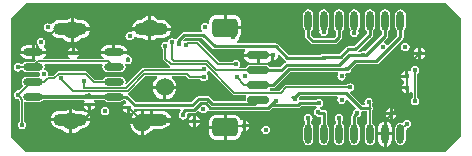
<source format=gbl>
%FSLAX44Y44*%
%MOMM*%
G71*
G01*
G75*
G04 Layer_Physical_Order=4*
G04 Layer_Color=16711680*
%ADD10R,0.4572X0.3048*%
%ADD11R,0.3048X0.4572*%
G04:AMPARAMS|DCode=12|XSize=0.508mm|YSize=0.6096mm|CornerRadius=0.127mm|HoleSize=0mm|Usage=FLASHONLY|Rotation=180.000|XOffset=0mm|YOffset=0mm|HoleType=Round|Shape=RoundedRectangle|*
%AMROUNDEDRECTD12*
21,1,0.5080,0.3556,0,0,180.0*
21,1,0.2540,0.6096,0,0,180.0*
1,1,0.2540,-0.1270,0.1778*
1,1,0.2540,0.1270,0.1778*
1,1,0.2540,0.1270,-0.1778*
1,1,0.2540,-0.1270,-0.1778*
%
%ADD12ROUNDEDRECTD12*%
%ADD13R,1.2192X0.8128*%
%ADD14P,1.7321X8X22.5*%
%ADD15C,1.0000*%
G04:AMPARAMS|DCode=16|XSize=0.508mm|YSize=0.6096mm|CornerRadius=0.127mm|HoleSize=0mm|Usage=FLASHONLY|Rotation=270.000|XOffset=0mm|YOffset=0mm|HoleType=Round|Shape=RoundedRectangle|*
%AMROUNDEDRECTD16*
21,1,0.5080,0.3556,0,0,270.0*
21,1,0.2540,0.6096,0,0,270.0*
1,1,0.2540,-0.1778,-0.1270*
1,1,0.2540,-0.1778,0.1270*
1,1,0.2540,0.1778,0.1270*
1,1,0.2540,0.1778,-0.1270*
%
%ADD16ROUNDEDRECTD16*%
G04:AMPARAMS|DCode=17|XSize=0.7112mm|YSize=1.3208mm|CornerRadius=0.1778mm|HoleSize=0mm|Usage=FLASHONLY|Rotation=0.000|XOffset=0mm|YOffset=0mm|HoleType=Round|Shape=RoundedRectangle|*
%AMROUNDEDRECTD17*
21,1,0.7112,0.9652,0,0,0.0*
21,1,0.3556,1.3208,0,0,0.0*
1,1,0.3556,0.1778,-0.4826*
1,1,0.3556,-0.1778,-0.4826*
1,1,0.3556,-0.1778,0.4826*
1,1,0.3556,0.1778,0.4826*
%
%ADD17ROUNDEDRECTD17*%
%ADD18R,0.4000X0.4000*%
%ADD19R,0.6000X0.5500*%
%ADD20R,0.5000X0.6000*%
%ADD21R,0.6000X0.5000*%
%ADD22R,3.4500X3.4500*%
%ADD23O,0.3000X0.6000*%
%ADD24O,0.6000X0.3000*%
%ADD25R,1.4000X1.2000*%
%ADD26R,0.8500X0.3000*%
%ADD27R,1.3000X2.0000*%
%ADD28R,1.0000X0.6000*%
%ADD29C,0.2540*%
%ADD30C,0.1270*%
%ADD31C,0.3000*%
%ADD32C,1.5240*%
%ADD33C,0.4500*%
%ADD34O,0.6000X1.6500*%
G04:AMPARAMS|DCode=35|XSize=0.7mm|YSize=1.8mm|CornerRadius=0.175mm|HoleSize=0mm|Usage=FLASHONLY|Rotation=270.000|XOffset=0mm|YOffset=0mm|HoleType=Round|Shape=RoundedRectangle|*
%AMROUNDEDRECTD35*
21,1,0.7000,1.4500,0,0,270.0*
21,1,0.3500,1.8000,0,0,270.0*
1,1,0.3500,-0.7250,-0.1750*
1,1,0.3500,-0.7250,0.1750*
1,1,0.3500,0.7250,0.1750*
1,1,0.3500,0.7250,-0.1750*
%
%ADD35ROUNDEDRECTD35*%
G04:AMPARAMS|DCode=36|XSize=1.6mm|YSize=2.2mm|CornerRadius=0.4mm|HoleSize=0mm|Usage=FLASHONLY|Rotation=270.000|XOffset=0mm|YOffset=0mm|HoleType=Round|Shape=RoundedRectangle|*
%AMROUNDEDRECTD36*
21,1,1.6000,1.4000,0,0,270.0*
21,1,0.8000,2.2000,0,0,270.0*
1,1,0.8000,-0.7000,-0.4000*
1,1,0.8000,-0.7000,0.4000*
1,1,0.8000,0.7000,0.4000*
1,1,0.8000,0.7000,-0.4000*
%
%ADD36ROUNDEDRECTD36*%
G04:AMPARAMS|DCode=37|XSize=0.6096mm|YSize=1.7018mm|CornerRadius=0.3048mm|HoleSize=0mm|Usage=FLASHONLY|Rotation=270.000|XOffset=0mm|YOffset=0mm|HoleType=Round|Shape=RoundedRectangle|*
%AMROUNDEDRECTD37*
21,1,0.6096,1.0922,0,0,270.0*
21,1,0.0000,1.7018,0,0,270.0*
1,1,0.6096,-0.5461,0.0000*
1,1,0.6096,-0.5461,0.0000*
1,1,0.6096,0.5461,0.0000*
1,1,0.6096,0.5461,0.0000*
%
%ADD37ROUNDEDRECTD37*%
G04:AMPARAMS|DCode=38|XSize=2.8194mm|YSize=1.016mm|CornerRadius=0.508mm|HoleSize=0mm|Usage=FLASHONLY|Rotation=180.000|XOffset=0mm|YOffset=0mm|HoleType=Round|Shape=RoundedRectangle|*
%AMROUNDEDRECTD38*
21,1,2.8194,0.0000,0,0,180.0*
21,1,1.8034,1.0160,0,0,180.0*
1,1,1.0160,-0.9017,0.0000*
1,1,1.0160,0.9017,0.0000*
1,1,1.0160,0.9017,0.0000*
1,1,1.0160,-0.9017,0.0000*
%
%ADD38ROUNDEDRECTD38*%
G36*
X1029840Y789827D02*
X1042303Y777364D01*
X1042393Y777147D01*
Y676495D01*
X1042303Y676278D01*
X1029840Y663815D01*
X1029623Y663725D01*
X674463D01*
X674246Y663815D01*
X662280Y675780D01*
X662283Y675789D01*
D01*
D01*
D01*
X662283Y675789D01*
X662283Y675789D01*
X662147Y676117D01*
X662147D01*
X662119Y676120D01*
X662091Y676148D01*
X662091Y676148D01*
X662091Y676148D01*
X662091Y676148D01*
X662080Y676173D01*
D01*
D01*
D01*
X662080Y676173D01*
X662024Y676309D01*
X662024D01*
X662024Y676309D01*
X661955Y676474D01*
Y676474D01*
D01*
X661947Y676495D01*
Y777147D01*
X662037Y777364D01*
X674500Y789827D01*
X674717Y789917D01*
X1029623D01*
X1029840Y789827D01*
D02*
G37*
%LPC*%
G36*
X982218Y695198D02*
X978857D01*
X978976Y694599D01*
X980035Y693015D01*
X981619Y691956D01*
X982218Y691837D01*
Y695198D01*
D02*
G37*
G36*
X818134Y694495D02*
Y691134D01*
X821495D01*
X821376Y691733D01*
X820317Y693317D01*
X818733Y694376D01*
X818134Y694495D01*
D02*
G37*
G36*
X710806Y699893D02*
X709818Y699762D01*
X708155Y699074D01*
X703059D01*
X701070Y698812D01*
X699216Y698044D01*
X697624Y696823D01*
X696403Y695231D01*
X695635Y693377D01*
X695540Y692658D01*
X710806D01*
Y699893D01*
D02*
G37*
G36*
X988119Y695198D02*
X984758D01*
Y691837D01*
X985357Y691956D01*
X986941Y693015D01*
X988000Y694599D01*
X988119Y695198D01*
D02*
G37*
G36*
X996696Y691421D02*
X995323Y691148D01*
X994158Y690370D01*
X993380Y689205D01*
X993241Y688505D01*
X993166Y688474D01*
X991500Y688806D01*
X989834Y688474D01*
X988421Y687531D01*
X987478Y686118D01*
X987146Y684452D01*
Y673952D01*
X987478Y672286D01*
X988421Y670873D01*
X989834Y669930D01*
X991500Y669598D01*
X993166Y669930D01*
X994578Y670873D01*
X995522Y672286D01*
X995854Y673952D01*
Y680008D01*
X996696Y684243D01*
X998069Y684516D01*
X999234Y685294D01*
X1000012Y686459D01*
X1000285Y687832D01*
X1000012Y689205D01*
X999234Y690370D01*
X998069Y691148D01*
X996696Y691421D01*
D02*
G37*
G36*
X860298Y690939D02*
Y687578D01*
X863659D01*
X863540Y688177D01*
X862481Y689761D01*
X860897Y690820D01*
X860298Y690939D01*
D02*
G37*
G36*
X815594Y694495D02*
X814995Y694376D01*
X813411Y693317D01*
X812352Y691733D01*
X812233Y691134D01*
X815594D01*
Y694495D01*
D02*
G37*
G36*
X771652Y690118D02*
X762875D01*
X762841Y689864D01*
X771652D01*
Y690118D01*
D02*
G37*
G36*
X760142Y700198D02*
X756781D01*
X756900Y699599D01*
X757959Y698015D01*
X759543Y696956D01*
X760142Y696837D01*
Y700198D01*
D02*
G37*
G36*
X741374Y702221D02*
X740001Y701948D01*
X738836Y701170D01*
X738058Y700005D01*
X737785Y698632D01*
X738058Y697259D01*
X738836Y696094D01*
X740001Y695316D01*
X741374Y695043D01*
X742747Y695316D01*
X743912Y696094D01*
X744690Y697259D01*
X744963Y698632D01*
X744690Y700005D01*
X743912Y701170D01*
X742747Y701948D01*
X741374Y702221D01*
D02*
G37*
G36*
X984758Y701099D02*
Y697738D01*
X988119D01*
X988000Y698337D01*
X986941Y699921D01*
X985357Y700980D01*
X984758Y701099D01*
D02*
G37*
G36*
X982218D02*
X981619Y700980D01*
X980035Y699921D01*
X978976Y698337D01*
X978857Y697738D01*
X982218D01*
Y701099D01*
D02*
G37*
G36*
X771652Y699074D02*
X771385D01*
X769396Y698812D01*
X767542Y698044D01*
X765950Y696823D01*
X764729Y695231D01*
X764167Y693874D01*
X764047Y693718D01*
X763608Y692658D01*
X771652D01*
Y699074D01*
D02*
G37*
G36*
X713740Y699945D02*
Y692658D01*
X728612D01*
X728517Y693377D01*
X727749Y695231D01*
X726528Y696823D01*
X724936Y698044D01*
X723082Y698812D01*
X721093Y699074D01*
X716785D01*
X715122Y699762D01*
X713740Y699945D01*
D02*
G37*
G36*
X789419Y699074D02*
X781672D01*
Y692658D01*
X796938D01*
X796843Y693377D01*
X796075Y695231D01*
X794854Y696823D01*
X793262Y698044D01*
X791408Y698812D01*
X789419Y699074D01*
D02*
G37*
G36*
X779132D02*
X774192D01*
Y692658D01*
X779132D01*
Y699074D01*
D02*
G37*
G36*
X841756Y695294D02*
X836026D01*
X834319Y695070D01*
X832728Y694411D01*
X831362Y693362D01*
X830313Y691996D01*
X829654Y690405D01*
X829430Y688698D01*
Y685968D01*
X841756D01*
Y695294D01*
D02*
G37*
G36*
X771652Y687324D02*
X762841D01*
X763024Y685942D01*
X764047Y683470D01*
X765676Y681348D01*
X767798Y679719D01*
X770270Y678696D01*
X771652Y678513D01*
Y687324D01*
D02*
G37*
G36*
X841756Y683428D02*
X829430D01*
Y680698D01*
X829654Y678991D01*
X830313Y677400D01*
X831362Y676034D01*
X832728Y674985D01*
X834319Y674326D01*
X836026Y674102D01*
X841756D01*
Y683428D01*
D02*
G37*
G36*
X877316Y686341D02*
X875943Y686068D01*
X874778Y685290D01*
X874000Y684125D01*
X873727Y682752D01*
X874000Y681379D01*
X874778Y680214D01*
X875943Y679436D01*
X877316Y679163D01*
X878689Y679436D01*
X879854Y680214D01*
X880632Y681379D01*
X880905Y682752D01*
X880632Y684125D01*
X879854Y685290D01*
X878689Y686068D01*
X877316Y686341D01*
D02*
G37*
G36*
X796938Y690118D02*
X774192D01*
Y688594D01*
Y678513D01*
X775574Y678696D01*
X778046Y679719D01*
X780168Y681348D01*
X781797Y683470D01*
X781893Y683702D01*
X789419D01*
X791408Y683964D01*
X793262Y684732D01*
X794854Y685953D01*
X796075Y687545D01*
X796843Y689399D01*
X796938Y690118D01*
D02*
G37*
G36*
X984148Y677932D02*
X979770D01*
Y668556D01*
X980662Y668733D01*
X982494Y669958D01*
X983719Y671790D01*
X984148Y673952D01*
Y677932D01*
D02*
G37*
G36*
X977230D02*
X972851D01*
Y673952D01*
X973281Y671790D01*
X974506Y669958D01*
X976338Y668733D01*
X977230Y668556D01*
Y677932D01*
D02*
G37*
G36*
X939662Y696131D02*
X938289Y695858D01*
X937124Y695080D01*
X936346Y693915D01*
X936073Y692542D01*
X936346Y691169D01*
X937072Y690082D01*
Y687965D01*
X936422Y687531D01*
X935478Y686118D01*
X935146Y684452D01*
Y673952D01*
X935478Y672286D01*
X936422Y670873D01*
X937834Y669930D01*
X939500Y669598D01*
X941166Y669930D01*
X942579Y670873D01*
X943522Y672286D01*
X943854Y673952D01*
Y684452D01*
X943522Y686118D01*
X942579Y687531D01*
X942252Y687749D01*
Y690082D01*
X942978Y691169D01*
X943251Y692542D01*
X942978Y693915D01*
X942200Y695080D01*
X941035Y695858D01*
X939662Y696131D01*
D02*
G37*
G36*
X913500D02*
X912127Y695858D01*
X910962Y695080D01*
X910184Y693915D01*
X909911Y692542D01*
X910184Y691169D01*
X910910Y690082D01*
Y687857D01*
X910422Y687531D01*
X909478Y686118D01*
X909146Y684452D01*
Y673952D01*
X909478Y672286D01*
X910422Y670873D01*
X911834Y669930D01*
X913500Y669598D01*
X915166Y669930D01*
X916579Y670873D01*
X917522Y672286D01*
X917854Y673952D01*
Y684452D01*
X917522Y686118D01*
X916579Y687531D01*
X916090Y687857D01*
Y690082D01*
X916816Y691169D01*
X917089Y692542D01*
X916816Y693915D01*
X916038Y695080D01*
X914873Y695858D01*
X913500Y696131D01*
D02*
G37*
G36*
X863659Y685038D02*
X860298D01*
Y681677D01*
X860897Y681796D01*
X862481Y682855D01*
X863540Y684439D01*
X863659Y685038D01*
D02*
G37*
G36*
X850026Y695294D02*
X844296D01*
Y684698D01*
Y674102D01*
X850026D01*
X851733Y674326D01*
X853324Y674985D01*
X854690Y676034D01*
X855739Y677400D01*
X856398Y678991D01*
X856622Y680698D01*
Y680902D01*
X857604Y681707D01*
X857758Y681677D01*
Y686308D01*
Y690939D01*
X857159Y690820D01*
D01*
Y690820D01*
X857159D01*
Y690820D01*
Y690820D01*
X856066Y691206D01*
X855739Y691996D01*
X854690Y693362D01*
X853324Y694411D01*
X851733Y695070D01*
X850026Y695294D01*
D02*
G37*
G36*
X821495Y688594D02*
X818134D01*
Y685233D01*
X818733Y685352D01*
X820317Y686411D01*
X821376Y687995D01*
X821495Y688594D01*
D02*
G37*
G36*
X815594D02*
X812233D01*
X812352Y687995D01*
X813411Y686411D01*
X814995Y685352D01*
X815594Y685233D01*
Y688594D01*
D02*
G37*
G36*
X728612Y690118D02*
X713740D01*
Y689864D01*
Y679783D01*
X715122Y679966D01*
X717594Y680989D01*
X719716Y682618D01*
X720548Y683702D01*
X721093D01*
X723082Y683964D01*
X724936Y684732D01*
X726528Y685953D01*
X727749Y687545D01*
X728517Y689399D01*
X728612Y690118D01*
D02*
G37*
G36*
X711200D02*
X695540D01*
X695635Y689399D01*
X696403Y687545D01*
X697624Y685953D01*
X699216Y684732D01*
X701070Y683964D01*
X703059Y683702D01*
X704392D01*
X705224Y682618D01*
X707346Y680989D01*
X709818Y679966D01*
X711200Y679783D01*
Y689864D01*
Y690118D01*
D02*
G37*
G36*
X979770Y689848D02*
Y680472D01*
X984148D01*
Y684452D01*
X983719Y686614D01*
X982494Y688446D01*
X980662Y689671D01*
X979770Y689848D01*
D02*
G37*
G36*
X977230D02*
X976338Y689671D01*
X974506Y688446D01*
X973281Y686614D01*
X972851Y684452D01*
Y680472D01*
X977230D01*
Y689848D01*
D02*
G37*
G36*
X991500Y784806D02*
X989834Y784474D01*
X988421Y783531D01*
X987478Y782118D01*
X987146Y780452D01*
Y769952D01*
X987478Y768286D01*
X988421Y766873D01*
X988910Y766547D01*
Y762195D01*
X980848Y754133D01*
X979692Y754483D01*
X978914Y755648D01*
X977749Y756426D01*
X977399Y757582D01*
X980331Y760515D01*
X980893Y761355D01*
X981090Y762346D01*
Y766547D01*
X981579Y766873D01*
X982522Y768286D01*
X982854Y769952D01*
Y780452D01*
X982522Y782118D01*
X981579Y783531D01*
X980166Y784474D01*
X978500Y784806D01*
X976834Y784474D01*
X975422Y783531D01*
X974478Y782118D01*
X974146Y780452D01*
Y769952D01*
X974478Y768286D01*
X975422Y766873D01*
X975910Y766547D01*
Y763419D01*
X961680Y749189D01*
X961493Y749314D01*
X960120Y749587D01*
X958747Y749314D01*
X957660Y748588D01*
X956094D01*
X955608Y749761D01*
X967331Y761485D01*
X967893Y762325D01*
X968090Y763316D01*
X968090Y763316D01*
X968090Y763316D01*
Y763316D01*
Y766547D01*
X968578Y766873D01*
X969522Y768286D01*
X969854Y769952D01*
Y780452D01*
X969522Y782118D01*
X968578Y783531D01*
X967166Y784474D01*
X965500Y784806D01*
X963834Y784474D01*
X962421Y783531D01*
X961478Y782118D01*
X961146Y780452D01*
Y769952D01*
X961478Y768286D01*
X962421Y766873D01*
X962910Y766547D01*
Y764389D01*
X951935Y753414D01*
X947112D01*
X946121Y753217D01*
X945281Y752655D01*
X939943Y747318D01*
X926084D01*
X925093Y747121D01*
X924253Y746559D01*
X924081Y746302D01*
X896677D01*
X887783Y755195D01*
X886943Y755757D01*
X885952Y755954D01*
X853165D01*
X852796Y757169D01*
X853337Y757531D01*
X854396Y759115D01*
X854676Y760523D01*
X854690Y760534D01*
X855739Y761900D01*
X856398Y763491D01*
X856622Y765198D01*
Y767928D01*
X843026D01*
Y769198D01*
X841756D01*
Y779794D01*
X836026D01*
X834319Y779570D01*
X832728Y778911D01*
X831362Y777862D01*
X830313Y776496D01*
X829654Y774905D01*
X829430Y773198D01*
Y773084D01*
X828309Y772485D01*
X827635Y772936D01*
X826262Y773209D01*
X824889Y772936D01*
X823724Y772158D01*
X822946Y770993D01*
X822673Y769620D01*
X822946Y768247D01*
X823724Y767082D01*
X823735Y767075D01*
X823366Y765860D01*
X807974D01*
X806983Y765663D01*
X806143Y765101D01*
X801027Y759985D01*
X800610Y759361D01*
X800536Y759250D01*
X799441Y759982D01*
X798068Y760255D01*
X796695Y759982D01*
X795530Y759204D01*
X794752Y758039D01*
X794724Y757898D01*
X793668Y757193D01*
X792520Y757421D01*
X791147Y757148D01*
X789982Y756370D01*
X789204Y755205D01*
X788931Y753832D01*
X789204Y752459D01*
X789982Y751294D01*
X790578Y750896D01*
Y742910D01*
X790578Y742910D01*
X790578D01*
X790725Y742167D01*
X791147Y741537D01*
X795842Y736842D01*
X796419Y736456D01*
X796050Y735240D01*
X774446D01*
X773703Y735092D01*
X773073Y734671D01*
X759562Y721161D01*
X758442Y721759D01*
X758766Y723388D01*
X758430Y725073D01*
X757476Y726501D01*
X756048Y727456D01*
X754363Y727791D01*
X743441D01*
X741756Y727456D01*
X740328Y726501D01*
X739546Y725330D01*
X732582D01*
X726198Y731714D01*
X725568Y732135D01*
X724825Y732283D01*
X702113D01*
X701370Y732135D01*
X700740Y731714D01*
X697407Y728382D01*
X693929D01*
X693124Y729364D01*
X693199Y729742D01*
X692926Y731115D01*
X692148Y732280D01*
X690983Y733058D01*
X690641Y733126D01*
X690087Y734268D01*
X690105Y734303D01*
X690105Y734303D01*
X690105Y734303D01*
X690440Y735988D01*
X690105Y737673D01*
X690665Y738722D01*
X738813D01*
X739374Y737673D01*
X739038Y735988D01*
X739374Y734303D01*
X740328Y732875D01*
X741756Y731921D01*
X743441Y731585D01*
X754363D01*
X756048Y731921D01*
X757476Y732875D01*
X758430Y734303D01*
X758766Y735988D01*
X758430Y737673D01*
X758044Y738251D01*
X758942Y739149D01*
X759357Y738872D01*
X760730Y738599D01*
X762103Y738872D01*
X763268Y739650D01*
X764046Y740815D01*
X764319Y742188D01*
X764046Y743561D01*
X763268Y744726D01*
X762103Y745504D01*
X760730Y745777D01*
X760604Y745752D01*
X759706Y746650D01*
X759808Y747164D01*
X737996D01*
X738177Y746254D01*
X739412Y744405D01*
X740286Y743822D01*
X739917Y742606D01*
X717954D01*
X717586Y743822D01*
X717955Y744069D01*
X719014Y745653D01*
X719133Y746252D01*
X709871D01*
X709990Y745653D01*
X711049Y744069D01*
X711418Y743822D01*
X711050Y742606D01*
X689561D01*
X689192Y743822D01*
X690066Y744405D01*
X691301Y746254D01*
X691482Y747164D01*
X681846D01*
Y742737D01*
X682450D01*
X682936Y741563D01*
X681764Y740391D01*
X675115D01*
X673430Y740055D01*
X672002Y739101D01*
X671334Y738101D01*
X670064Y738101D01*
X670050Y738122D01*
X668885Y738900D01*
X667512Y739173D01*
X666139Y738900D01*
X664974Y738122D01*
X664196Y736957D01*
X663923Y735584D01*
X664196Y734211D01*
X664974Y733046D01*
X666139Y732268D01*
X667512Y731995D01*
X668885Y732268D01*
X670050Y733046D01*
X670334Y733471D01*
X671604Y733471D01*
X672002Y732875D01*
X673430Y731921D01*
X675115Y731585D01*
X685387D01*
X686192Y730604D01*
X686021Y729742D01*
X686214Y728772D01*
X685408Y727791D01*
X675115D01*
X673430Y727456D01*
X672002Y726501D01*
X671048Y725073D01*
X670712Y723388D01*
X671048Y721703D01*
X672002Y720275D01*
X672076Y719527D01*
X668468Y715919D01*
X667766Y716059D01*
X666393Y715786D01*
X665228Y715008D01*
X664450Y713843D01*
X664177Y712470D01*
X664450Y711097D01*
X665228Y709932D01*
X666393Y709154D01*
X667766Y708881D01*
X667766Y708881D01*
X667766Y708881D01*
X668220Y708836D01*
X668220D01*
X668220Y708836D01*
X668367Y708093D01*
X668789Y707463D01*
X669126Y707126D01*
Y690006D01*
X668530Y689608D01*
X667752Y688443D01*
X667479Y687070D01*
X667752Y685697D01*
X668530Y684532D01*
X669695Y683754D01*
X671068Y683481D01*
X672441Y683754D01*
X673606Y684532D01*
X674384Y685697D01*
X674657Y687070D01*
X674384Y688443D01*
X673606Y689608D01*
X673010Y690006D01*
Y705903D01*
X673992Y706709D01*
X675115Y706485D01*
X686037D01*
X687722Y706821D01*
X689150Y707775D01*
X689343Y708064D01*
X723512D01*
X724111Y706944D01*
X723452Y705957D01*
X723333Y705358D01*
X732595D01*
X732476Y705957D01*
X731817Y706944D01*
X732415Y708064D01*
X740135D01*
X740328Y707775D01*
X741756Y706821D01*
X743441Y706485D01*
X754363D01*
X756048Y706821D01*
X757476Y707775D01*
X758150Y707841D01*
X759116Y706876D01*
X758992Y705612D01*
X757959Y704921D01*
X756900Y703337D01*
X756781Y702738D01*
X761412D01*
Y701468D01*
X762682D01*
Y696837D01*
X763281Y696956D01*
X764865Y698015D01*
X765924Y699599D01*
X766157Y700770D01*
X766328Y700736D01*
X805085D01*
X805684Y699616D01*
X805127Y698783D01*
X804930Y697792D01*
Y697458D01*
X804204Y696371D01*
X803931Y694998D01*
X804204Y693625D01*
X804982Y692460D01*
X806147Y691682D01*
X807520Y691409D01*
X808893Y691682D01*
X810058Y692460D01*
X810836Y693625D01*
X811109Y694998D01*
X810921Y695945D01*
X811726Y696926D01*
X816948D01*
X817939Y697123D01*
X818779Y697685D01*
X819992Y698898D01*
X821256Y698773D01*
X821946Y697740D01*
X823111Y696962D01*
X824484Y696689D01*
X825857Y696962D01*
X827022Y697740D01*
X827708Y698768D01*
X828954Y699016D01*
X829505Y698647D01*
X830496Y698450D01*
X878935D01*
X879926Y698647D01*
X880766Y699209D01*
X880766Y699209D01*
X880766Y699209D01*
X881884Y700327D01*
X881884Y700327D01*
X881884Y700327D01*
X882548Y700990D01*
X905002D01*
X905993Y701187D01*
X906833Y701749D01*
X906833Y701749D01*
X906833Y701749D01*
X907853Y702768D01*
X920068D01*
X921091Y702085D01*
X920844Y700839D01*
X920647Y700800D01*
X919482Y700022D01*
X918704Y698857D01*
X918431Y697484D01*
X918704Y696111D01*
X919482Y694946D01*
X920647Y694168D01*
X922020Y693895D01*
X922928Y694076D01*
X923910Y693270D01*
Y687857D01*
X923421Y687531D01*
X922478Y686118D01*
X922146Y684452D01*
Y673952D01*
X922478Y672286D01*
X923421Y670873D01*
X924834Y669930D01*
X926500Y669598D01*
X928166Y669930D01*
X929578Y670873D01*
X930522Y672286D01*
X930854Y673952D01*
Y684452D01*
X930522Y686118D01*
X929578Y687531D01*
X929090Y687857D01*
Y697322D01*
X928893Y698313D01*
X928331Y699153D01*
X927491Y699715D01*
X926500Y699912D01*
X924631D01*
X924558Y700022D01*
X923457Y700758D01*
X923705Y702003D01*
X923901Y702042D01*
X925066Y702820D01*
X925844Y703985D01*
X926117Y705358D01*
X925844Y706731D01*
X925066Y707896D01*
X923901Y708674D01*
X922528Y708947D01*
X921155Y708674D01*
X920068Y707948D01*
X906780D01*
X906413Y707875D01*
X905515Y708773D01*
X905543Y708914D01*
X905302Y710124D01*
X906329Y711150D01*
X938001D01*
X938599Y710030D01*
X938262Y709525D01*
X937989Y708152D01*
X938262Y706779D01*
X939040Y705614D01*
X940205Y704836D01*
X941578Y704563D01*
X942951Y704836D01*
X944116Y705614D01*
X944894Y706779D01*
X945167Y708152D01*
X945124Y708369D01*
X946244Y708968D01*
X953929Y701283D01*
X953560Y700067D01*
X953413Y700038D01*
X952248Y699260D01*
X951470Y698095D01*
X951215Y696814D01*
X950669Y696267D01*
X950107Y695427D01*
X949910Y694436D01*
Y687857D01*
X949421Y687531D01*
X948478Y686118D01*
X948146Y684452D01*
Y673952D01*
X948478Y672286D01*
X949421Y670873D01*
X950834Y669930D01*
X952500Y669598D01*
X954166Y669930D01*
X955579Y670873D01*
X956522Y672286D01*
X956854Y673952D01*
Y684452D01*
X956522Y686118D01*
X955579Y687531D01*
X955090Y687857D01*
Y693194D01*
X956159Y693406D01*
X957324Y694184D01*
X958102Y695349D01*
X958375Y696722D01*
X958226Y697468D01*
X959032Y698450D01*
X963558D01*
Y688290D01*
X962421Y687531D01*
X961478Y686118D01*
X961146Y684452D01*
Y673952D01*
X961478Y672286D01*
X962421Y670873D01*
X963834Y669930D01*
X965500Y669598D01*
X967166Y669930D01*
X968578Y670873D01*
X969522Y672286D01*
X969854Y673952D01*
Y684452D01*
X969522Y686118D01*
X968578Y687531D01*
X967442Y688290D01*
Y699375D01*
X967893Y700049D01*
X968090Y701040D01*
X967893Y702031D01*
X967442Y702705D01*
Y704280D01*
X967754Y704747D01*
X968027Y706120D01*
X967754Y707493D01*
X966976Y708658D01*
X965811Y709436D01*
X964438Y709709D01*
X963065Y709436D01*
X961900Y708658D01*
X961122Y707493D01*
X960849Y706120D01*
X961122Y704747D01*
X960525Y703630D01*
X958907D01*
X948742Y713795D01*
X949110Y715010D01*
X950317Y715250D01*
X951482Y716028D01*
X952260Y717193D01*
X952533Y718566D01*
X952260Y719939D01*
X951482Y721104D01*
X950317Y721882D01*
X948944Y722155D01*
X947571Y721882D01*
X946406Y721104D01*
X946008Y720508D01*
X894588D01*
X893845Y720360D01*
X893215Y719939D01*
X889280Y716005D01*
X881289D01*
X880747Y717019D01*
X881400Y718108D01*
X883512D01*
X884503Y718305D01*
X885343Y718867D01*
X897947Y731470D01*
X938340D01*
X938939Y730350D01*
X938262Y729337D01*
X937989Y727964D01*
X938262Y726591D01*
X939040Y725426D01*
X940205Y724648D01*
X941578Y724375D01*
X942951Y724648D01*
X944116Y725426D01*
X944894Y726591D01*
X945167Y727964D01*
X944894Y729337D01*
X944750Y729553D01*
X945455Y730609D01*
X946150Y730471D01*
X947523Y730744D01*
X948688Y731522D01*
X949466Y732687D01*
X949721Y733968D01*
X953827Y738074D01*
X971042D01*
X972033Y738271D01*
X972873Y738833D01*
X972873Y738833D01*
X972873Y738833D01*
X993331Y759291D01*
X993893Y760131D01*
X994090Y761122D01*
X994090Y761122D01*
X994090Y761122D01*
Y761122D01*
Y766547D01*
X994578Y766873D01*
X995522Y768286D01*
X995854Y769952D01*
Y780452D01*
X995522Y782118D01*
X994578Y783531D01*
X993166Y784474D01*
X991500Y784806D01*
D02*
G37*
G36*
X754363Y754131D02*
X750172D01*
Y749704D01*
X759808D01*
X759627Y750614D01*
X758392Y752463D01*
X756543Y753698D01*
X754363Y754131D01*
D02*
G37*
G36*
X796938Y766722D02*
X780542D01*
Y758777D01*
X781924Y758960D01*
X784396Y759983D01*
X784817Y760306D01*
X789419D01*
X791408Y760568D01*
X793262Y761336D01*
X794854Y762557D01*
X796075Y764149D01*
X796843Y766003D01*
X796938Y766722D01*
D02*
G37*
G36*
X728612D02*
X715010D01*
Y757000D01*
X716392Y757181D01*
X718864Y758205D01*
X720986Y759834D01*
X721377Y760344D01*
X723082Y760568D01*
X724936Y761336D01*
X726528Y762557D01*
X727749Y764149D01*
X728517Y766003D01*
X728612Y766722D01*
D02*
G37*
G36*
X679306Y754131D02*
X675115D01*
X672935Y753698D01*
X671086Y752463D01*
X669851Y750614D01*
X669670Y749704D01*
X679306D01*
Y754131D01*
D02*
G37*
G36*
X995680Y756381D02*
X994307Y756108D01*
X993142Y755330D01*
X992364Y754165D01*
X992091Y752792D01*
X992364Y751419D01*
X993142Y750254D01*
X994307Y749476D01*
X995680Y749203D01*
X997053Y749476D01*
X998218Y750254D01*
X998996Y751419D01*
X999269Y752792D01*
X998996Y754165D01*
X998218Y755330D01*
X997053Y756108D01*
X995680Y756381D01*
D02*
G37*
G36*
X747632Y754131D02*
X743441D01*
X741261Y753698D01*
X739412Y752463D01*
X738177Y750614D01*
X737996Y749704D01*
X747632D01*
Y754131D01*
D02*
G37*
G36*
X686866Y760459D02*
X685493Y760186D01*
X684328Y759408D01*
X683550Y758243D01*
X683277Y756870D01*
X683550Y755497D01*
X683714Y755251D01*
X683115Y754131D01*
X681846D01*
Y749704D01*
X691482D01*
X691301Y750614D01*
X690066Y752463D01*
X689286Y752984D01*
X689286Y754254D01*
X689404Y754332D01*
X690182Y755497D01*
X690455Y756870D01*
X690182Y758243D01*
X689404Y759408D01*
X688239Y760186D01*
X686866Y760459D01*
D02*
G37*
G36*
X939500Y784806D02*
X937834Y784474D01*
X936422Y783531D01*
X935478Y782118D01*
X935146Y780452D01*
Y769952D01*
X935478Y768286D01*
X936422Y766873D01*
X936910Y766547D01*
Y762265D01*
X934917Y760272D01*
X918521D01*
X916090Y762703D01*
Y766547D01*
X916579Y766873D01*
X917522Y768286D01*
X917854Y769952D01*
Y780452D01*
X917522Y782118D01*
X916579Y783531D01*
X915166Y784474D01*
X913500Y784806D01*
X911834Y784474D01*
X910422Y783531D01*
X909478Y782118D01*
X909146Y780452D01*
Y769952D01*
X909478Y768286D01*
X910422Y766873D01*
X910910Y766547D01*
Y761630D01*
X910910Y761630D01*
X910910D01*
X911107Y760639D01*
X911669Y759799D01*
X915617Y755851D01*
X916457Y755289D01*
X917448Y755092D01*
X935990D01*
X936981Y755289D01*
X937821Y755851D01*
X937821Y755851D01*
X937821Y755851D01*
X941331Y759361D01*
X941893Y760201D01*
X942090Y761192D01*
X942090Y761192D01*
X942090Y761192D01*
Y761192D01*
Y766547D01*
X942579Y766873D01*
X943522Y768286D01*
X943854Y769952D01*
Y780452D01*
X943522Y782118D01*
X942579Y783531D01*
X941166Y784474D01*
X939500Y784806D01*
D02*
G37*
G36*
X780542Y778939D02*
Y769262D01*
X796938D01*
X796843Y769981D01*
X796075Y771835D01*
X794854Y773427D01*
X793262Y774648D01*
X791408Y775416D01*
X789419Y775678D01*
X786845D01*
X786518Y776104D01*
X784396Y777733D01*
X781924Y778756D01*
X780542Y778939D01*
D02*
G37*
G36*
X778002D02*
X776620Y778756D01*
X774148Y777733D01*
X772026Y776104D01*
X771699Y775678D01*
X771385D01*
X769396Y775416D01*
X767542Y774648D01*
X765950Y773427D01*
X764729Y771835D01*
X763961Y769981D01*
X763866Y769262D01*
X778002D01*
Y778939D01*
D02*
G37*
G36*
X712470Y777160D02*
X711088Y776979D01*
X708616Y775955D01*
X708255Y775678D01*
X703059D01*
X701070Y775416D01*
X699216Y774648D01*
X697624Y773427D01*
X697514Y773283D01*
X695450Y771904D01*
X694285Y772682D01*
X692912Y772955D01*
X691539Y772682D01*
X690374Y771904D01*
X689596Y770739D01*
X689323Y769366D01*
X689596Y767993D01*
X690374Y766828D01*
X691539Y766050D01*
X692912Y765777D01*
X694285Y766050D01*
X694495Y766190D01*
X695710Y765822D01*
X696403Y764149D01*
X697624Y762557D01*
X699216Y761336D01*
X701070Y760568D01*
X703059Y760306D01*
X706131D01*
X706494Y759834D01*
X708616Y758205D01*
X711088Y757181D01*
X712470Y757000D01*
Y766722D01*
X712076D01*
Y769262D01*
X712470D01*
Y777160D01*
D02*
G37*
G36*
X850026Y779794D02*
X844296D01*
Y770468D01*
X856622D01*
Y773198D01*
X856398Y774905D01*
X855739Y776496D01*
X854690Y777862D01*
X853324Y778911D01*
X851733Y779570D01*
X850026Y779794D01*
D02*
G37*
G36*
X926500Y784806D02*
X924834Y784474D01*
X923421Y783531D01*
X922478Y782118D01*
X922146Y780452D01*
Y769952D01*
X922478Y768286D01*
X923177Y767239D01*
X922911Y765902D01*
X923184Y764529D01*
X923962Y763364D01*
X925127Y762586D01*
X926500Y762313D01*
X927873Y762586D01*
X929038Y763364D01*
X929816Y764529D01*
X930089Y765902D01*
X929823Y767239D01*
X930522Y768286D01*
X930854Y769952D01*
Y780452D01*
X930522Y782118D01*
X929578Y783531D01*
X928166Y784474D01*
X926500Y784806D01*
D02*
G37*
G36*
X952500D02*
X950834Y784474D01*
X949421Y783531D01*
X948478Y782118D01*
X948146Y780452D01*
Y769952D01*
X948478Y768286D01*
X949421Y766873D01*
X949466Y766844D01*
X949184Y766421D01*
X948911Y765048D01*
X949184Y763675D01*
X949962Y762510D01*
X951127Y761732D01*
X952500Y761459D01*
X953873Y761732D01*
X955038Y762510D01*
X955816Y763675D01*
X956089Y765048D01*
X955816Y766421D01*
X955534Y766844D01*
X955579Y766873D01*
X956522Y768286D01*
X956854Y769952D01*
Y780452D01*
X956522Y782118D01*
X955579Y783531D01*
X954166Y784474D01*
X952500Y784806D01*
D02*
G37*
G36*
X715010Y777160D02*
Y769262D01*
X728612D01*
X728517Y769981D01*
X727749Y771835D01*
X726528Y773427D01*
X724936Y774648D01*
X723082Y775416D01*
X721093Y775678D01*
X719225D01*
X718864Y775955D01*
X716392Y776979D01*
X715010Y777160D01*
D02*
G37*
G36*
X778002Y766722D02*
X763866D01*
X763921Y766310D01*
X763301Y765729D01*
X762732Y765494D01*
X762254Y765589D01*
X760881Y765316D01*
X759716Y764538D01*
X758938Y763373D01*
X758665Y762000D01*
X758938Y760627D01*
X759716Y759462D01*
X760881Y758684D01*
X762254Y758411D01*
X763627Y758684D01*
X764792Y759462D01*
X765570Y760627D01*
X765719Y761376D01*
X766907Y761823D01*
X767542Y761336D01*
X769396Y760568D01*
X771385Y760306D01*
X773727D01*
X774148Y759983D01*
X776620Y758960D01*
X778002Y758777D01*
Y766722D01*
D02*
G37*
G36*
X732595Y702818D02*
X729234D01*
Y699457D01*
X729833Y699576D01*
X731417Y700635D01*
X732476Y702219D01*
X732595Y702818D01*
D02*
G37*
G36*
X726694D02*
X723333D01*
X723452Y702219D01*
X724511Y700635D01*
X726095Y699576D01*
X726694Y699457D01*
Y702818D01*
D02*
G37*
G36*
X679306Y747164D02*
X669670D01*
X669851Y746254D01*
X671086Y744405D01*
X672935Y743170D01*
X675115Y742737D01*
X679306D01*
Y747164D01*
D02*
G37*
G36*
X995934Y717042D02*
X992573D01*
X992692Y716443D01*
X993751Y714859D01*
X995335Y713800D01*
X995934Y713681D01*
Y717042D01*
D02*
G37*
G36*
X995426Y732849D02*
X994827Y732730D01*
X993243Y731671D01*
X992184Y730087D01*
X992065Y729488D01*
X995426D01*
Y732849D01*
D02*
G37*
G36*
X1003808Y736633D02*
X1002435Y736360D01*
X1001270Y735582D01*
X1000492Y734417D01*
X1000219Y733044D01*
X1000221Y733035D01*
X999165Y732329D01*
X998565Y732730D01*
X997966Y732849D01*
Y728218D01*
X996696D01*
Y726948D01*
X992065D01*
X992184Y726349D01*
X993243Y724765D01*
X994791Y723730D01*
Y723523D01*
X994547Y722297D01*
X993751Y721765D01*
X992692Y720181D01*
X992573Y719582D01*
X997204D01*
Y718312D01*
X998474D01*
Y713681D01*
X999073Y713800D01*
X1000657Y714859D01*
X1001866Y714051D01*
Y710072D01*
X1001270Y709674D01*
X1000492Y708509D01*
X1000219Y707136D01*
X1000492Y705763D01*
X1001270Y704598D01*
X1002435Y703820D01*
X1003808Y703547D01*
X1005181Y703820D01*
X1006346Y704598D01*
X1007124Y705763D01*
X1007397Y707136D01*
X1007124Y708509D01*
X1006346Y709674D01*
X1005750Y710072D01*
Y730108D01*
X1006346Y730506D01*
X1007124Y731671D01*
X1007397Y733044D01*
X1007124Y734417D01*
X1006346Y735582D01*
X1005181Y736360D01*
X1003808Y736633D01*
D02*
G37*
G36*
X715772Y752153D02*
Y748792D01*
X719133D01*
X719014Y749391D01*
X717955Y750975D01*
X716371Y752034D01*
X715772Y752153D01*
D02*
G37*
G36*
X1006348D02*
X1005749Y752034D01*
X1004165Y750975D01*
X1003106Y749391D01*
X1002987Y748792D01*
X1006348D01*
Y752153D01*
D02*
G37*
G36*
X1008888D02*
Y748792D01*
X1012249D01*
X1012130Y749391D01*
X1011071Y750975D01*
X1009487Y752034D01*
X1008888Y752153D01*
D02*
G37*
G36*
X1006348Y746252D02*
X1002987D01*
X1003106Y745653D01*
X1004165Y744069D01*
X1005749Y743010D01*
X1006348Y742891D01*
Y746252D01*
D02*
G37*
G36*
X1012249D02*
X1008888D01*
Y742891D01*
X1009487Y743010D01*
X1011071Y744069D01*
X1012130Y745653D01*
X1012249Y746252D01*
D02*
G37*
G36*
X713232Y752153D02*
X712633Y752034D01*
X711049Y750975D01*
X709990Y749391D01*
X709871Y748792D01*
X713232D01*
Y752153D01*
D02*
G37*
%LPD*%
G36*
X832305Y751533D02*
X833145Y750971D01*
X834136Y750774D01*
X859492D01*
X860091Y749654D01*
X859735Y749122D01*
X859402Y747448D01*
Y746968D01*
X871026D01*
Y745698D01*
X872296D01*
Y739574D01*
X878276D01*
X879950Y739907D01*
X881369Y740855D01*
X881732Y741398D01*
X881888Y741367D01*
Y745998D01*
X884428D01*
Y741367D01*
X885027Y741486D01*
X886611Y742545D01*
X887670Y744129D01*
X888042Y745998D01*
X889388Y746266D01*
X893773Y741881D01*
X894015Y741719D01*
X894299Y740290D01*
Y740259D01*
X893465Y739701D01*
X889551Y735788D01*
X881188D01*
X881121Y736126D01*
X880453Y737125D01*
X879454Y737793D01*
X878276Y738027D01*
X863776D01*
X862598Y737793D01*
X861599Y737125D01*
X860931Y736126D01*
X860735Y735140D01*
X855503D01*
X854904Y736260D01*
X855232Y736751D01*
X855505Y738124D01*
X855232Y739497D01*
X854454Y740662D01*
X853289Y741440D01*
X851916Y741713D01*
X850543Y741440D01*
X849378Y740662D01*
X848980Y740066D01*
X837989D01*
X820523Y757531D01*
X819893Y757952D01*
X819150Y758100D01*
X811155D01*
X810850Y758040D01*
X809680Y758272D01*
X808307Y757999D01*
X807844Y757690D01*
X807038Y758671D01*
X809047Y760680D01*
X823157D01*
X832305Y751533D01*
D02*
G37*
G36*
X849492Y712690D02*
X849492Y712690D01*
X850122Y712269D01*
X850122Y712269D01*
X850122Y712269D01*
D01*
X850122Y712269D01*
X850122Y712269D01*
X850865Y712121D01*
X850865Y712121D01*
X860400D01*
X860931Y711126D01*
X860697Y709948D01*
Y707440D01*
X833147D01*
X829877Y710709D01*
X829037Y711271D01*
X828046Y711468D01*
X820922D01*
X819931Y711271D01*
X819090Y710709D01*
X814297Y705916D01*
X767401D01*
X760597Y712719D01*
X760581Y713899D01*
D01*
X760581Y713899D01*
X761324Y714047D01*
X761954Y714468D01*
X775541Y728054D01*
X785086D01*
X785495Y726851D01*
X784472Y726066D01*
X782843Y723944D01*
X781820Y721472D01*
X781637Y720090D01*
X801798D01*
X801617Y721472D01*
X800593Y723944D01*
X798964Y726066D01*
X797941Y726851D01*
X798350Y728054D01*
X809709D01*
X811681Y726083D01*
X811681Y726083D01*
X812311Y725661D01*
X813054Y725514D01*
X822056D01*
X822454Y724918D01*
X823619Y724140D01*
X824992Y723867D01*
X826365Y724140D01*
X827530Y724918D01*
X828308Y726083D01*
X828581Y727456D01*
X828308Y728829D01*
X827530Y729994D01*
X827336Y730123D01*
Y731393D01*
X827530Y731522D01*
X828227Y732566D01*
X829491Y732690D01*
X849492Y712690D01*
D02*
G37*
%LPC*%
G36*
X869756Y744428D02*
X859402D01*
Y743948D01*
X859735Y742274D01*
X860683Y740855D01*
X862102Y739907D01*
X863776Y739574D01*
X869756D01*
Y744428D01*
D02*
G37*
G36*
X801798Y717550D02*
X792988D01*
Y708739D01*
X794370Y708922D01*
X796842Y709945D01*
X798964Y711574D01*
X800593Y713696D01*
X801617Y716168D01*
X801798Y717550D01*
D02*
G37*
G36*
X790448D02*
X781637D01*
X781820Y716168D01*
X782843Y713696D01*
X784472Y711574D01*
X786594Y709945D01*
X789066Y708922D01*
X790448Y708739D01*
Y717550D01*
D02*
G37*
%LPD*%
D29*
X758766Y710888D02*
X766328Y703326D01*
X748902Y710888D02*
X758766D01*
X922020Y697484D02*
X922182Y697322D01*
X926500D01*
X939546Y737870D02*
X947674Y745998D01*
X895296Y737870D02*
X939546D01*
X890624Y733198D02*
X895296Y737870D01*
X871026Y733198D02*
X890624D01*
X896874Y734060D02*
X946150D01*
X883512Y720698D02*
X896874Y734060D01*
X816948Y699516D02*
X822500Y705068D01*
X809244Y699516D02*
X816948D01*
X807520Y697792D02*
X809244Y699516D01*
X815370Y703326D02*
X820922Y708878D01*
X766328Y703326D02*
X815370D01*
X826468Y705068D02*
X830496Y701040D01*
X878935D01*
X880053Y702158D01*
X832074Y704850D02*
X867678D01*
X828046Y708878D02*
X832074Y704850D01*
X820922Y708878D02*
X828046D01*
X822500Y705068D02*
X826468D01*
X867678Y704850D02*
X871026Y708198D01*
X939500Y679202D02*
X939662Y679364D01*
Y692542D01*
X913500Y679202D02*
Y692542D01*
X926500Y679202D02*
Y697322D01*
X952500Y694436D02*
X954786Y696722D01*
X952500Y679202D02*
Y694436D01*
X881475Y703580D02*
X905002D01*
X880053Y702158D02*
X881475Y703580D01*
X905002D02*
X906780Y705358D01*
X922528D01*
X905256Y713740D02*
X945134D01*
X902404Y710888D02*
X905256Y713740D01*
X899980Y710888D02*
X902404D01*
X871026Y720698D02*
X883512D01*
X899980Y710888D02*
X901954Y708914D01*
X953008Y750824D02*
X965500Y763316D01*
X947112Y750824D02*
X953008D01*
X941016Y744728D02*
X947112Y750824D01*
X960120Y745998D02*
X962152D01*
X947674D02*
X960120D01*
X971042Y740664D02*
X991500Y761122D01*
X952754Y740664D02*
X971042D01*
X946150Y734060D02*
X952754Y740664D01*
X895604Y743712D02*
X927100D01*
X885952Y753364D02*
X895604Y743712D01*
X834136Y753364D02*
X885952D01*
X926084Y744728D02*
X941016D01*
X952500Y765048D02*
Y775202D01*
X926500Y765902D02*
Y775202D01*
X939500Y761192D02*
Y775202D01*
X935990Y757682D02*
X939500Y761192D01*
X917448Y757682D02*
X935990D01*
X913500Y761630D02*
X917448Y757682D01*
X913500Y761630D02*
Y775202D01*
X885031Y707136D02*
X886254D01*
X880053Y702158D02*
X885031Y707136D01*
X945134Y713740D02*
X957834Y701040D01*
X965500D01*
X807520Y694998D02*
Y697792D01*
X824230Y763270D02*
X834136Y753364D01*
X807974Y763270D02*
X824230D01*
X802858Y758154D02*
X807974Y763270D01*
X802858Y756194D02*
Y758154D01*
Y756194D02*
X803910Y755142D01*
X965500Y763316D02*
Y775202D01*
X978500Y762346D02*
Y775202D01*
X962152Y745998D02*
X978500Y762346D01*
X991500Y761122D02*
Y775202D01*
X715518Y768858D02*
X779272D01*
X712076Y691388D02*
X722376D01*
X727964Y696976D01*
Y704088D01*
D30*
X894588Y718566D02*
X948944D01*
X890085Y714063D02*
X894588Y718566D01*
X850865Y714063D02*
X890085D01*
X926084Y744728D02*
X927100Y743712D01*
X773847Y689519D02*
X816519D01*
X965500Y701040D02*
Y705058D01*
Y679202D02*
Y701040D01*
X978500Y690210D02*
X997204Y708914D01*
X1003808Y707136D02*
Y733044D01*
X996696Y736600D02*
X1007618Y747522D01*
X996696Y728218D02*
Y736600D01*
Y718820D02*
Y728218D01*
X997204Y708914D02*
Y718312D01*
X978500Y679202D02*
Y690210D01*
X964438Y706120D02*
X965500Y705058D01*
X991500Y682636D02*
X996696Y687832D01*
X991500Y679202D02*
Y682636D01*
X871026Y745698D02*
X882858D01*
X883158Y745998D01*
X843026Y684698D02*
X844636Y686308D01*
X859028D01*
X859436Y720698D02*
X871026D01*
X852678Y727456D02*
X859436Y720698D01*
X837184Y738124D02*
X851916D01*
X819150Y756158D02*
X837184Y738124D01*
X811155Y756158D02*
X819150D01*
X809680Y754683D02*
X811155Y756158D01*
X835322Y733198D02*
X871026D01*
X827765Y740755D02*
X835322Y733198D01*
X799592Y740755D02*
X827765D01*
X798068Y742279D02*
X799592Y740755D01*
X798068Y742279D02*
Y756666D01*
X826713Y738215D02*
X850865Y714063D01*
X797215Y738215D02*
X826713D01*
X792520Y742910D02*
X797215Y738215D01*
X792520Y742910D02*
Y753832D01*
X813054Y727456D02*
X824992D01*
X810514Y729996D02*
X813054Y727456D01*
X774736Y729996D02*
X810514D01*
X667766Y712470D02*
X670162Y710074D01*
Y708836D02*
Y710074D01*
Y708836D02*
X671068Y707930D01*
Y686816D02*
Y707930D01*
X692187Y760045D02*
X699222Y767080D01*
X689567Y760045D02*
X692187D01*
X688587Y761025D02*
X689567Y760045D01*
X685145Y761025D02*
X688587D01*
X682711Y758591D02*
X685145Y761025D01*
X682711Y755149D02*
Y758591D01*
Y755149D02*
X685001Y752859D01*
X680576Y748434D02*
X685001Y752859D01*
X699222Y767080D02*
X713740D01*
X667512Y735988D02*
X680576D01*
X723646Y718403D02*
Y724408D01*
X724825Y730341D02*
X731778Y723388D01*
X774446Y733298D02*
X824992D01*
X759529Y718381D02*
X774446Y733298D01*
X760581Y715841D02*
X774736Y729996D01*
X771492Y691388D02*
X780402D01*
X731778Y723388D02*
X748902D01*
X744226Y740664D02*
X748902Y735988D01*
X684784Y740664D02*
X744226D01*
X680576Y736456D02*
X684784Y740664D01*
X680576Y735988D02*
Y736456D01*
X698212Y726440D02*
X702113Y730341D01*
X692658Y726440D02*
X698212D01*
X702113Y730341D02*
X724825D01*
X689606Y723388D02*
X692658Y726440D01*
X703580D02*
X714157Y715863D01*
X727907D01*
X772922Y688594D02*
X773847Y689519D01*
X816519D02*
X816864Y689864D01*
X761412Y701468D02*
X771492Y691388D01*
X723646Y718403D02*
X728959D01*
X727929Y715841D02*
X760581D01*
X728981Y718381D02*
X759529D01*
X727907Y715863D02*
X727929Y715841D01*
X728959Y718403D02*
X728981Y718381D01*
X680576Y723388D02*
X689606D01*
X714502Y748434D02*
X748902D01*
X849644Y760744D02*
X849884Y760984D01*
X680576Y748434D02*
X713740D01*
Y748284D02*
Y748434D01*
X678684Y723388D02*
X680576D01*
X667766Y712470D02*
X678684Y723388D01*
D31*
X760730Y742188D02*
Y742696D01*
X680576Y710888D02*
X728726D01*
X727710Y711708D02*
Y711904D01*
X728726Y710888D01*
X748902D01*
D32*
X791718Y718820D02*
D03*
X779272Y768858D02*
D03*
X772922Y688594D02*
D03*
X712470Y689864D02*
D03*
X713740Y767080D02*
D03*
D33*
X859790Y727964D02*
D03*
X922020Y697484D02*
D03*
X995680Y752792D02*
D03*
X976376Y753110D02*
D03*
X941578Y727964D02*
D03*
X939662Y692542D02*
D03*
X913500D02*
D03*
X922528Y705358D02*
D03*
X954786Y696722D02*
D03*
X901954Y708914D02*
D03*
X960120Y745998D02*
D03*
X927100Y743712D02*
D03*
X952500Y765048D02*
D03*
X926500Y765902D02*
D03*
X886254Y707136D02*
D03*
X824484Y700278D02*
D03*
X877316Y682752D02*
D03*
X983488Y696468D02*
D03*
X941578Y708152D02*
D03*
X946150Y734060D02*
D03*
X1003808Y707136D02*
D03*
Y733044D02*
D03*
X1007618Y747522D02*
D03*
X996696Y728218D02*
D03*
X997204Y718312D02*
D03*
X964438Y706120D02*
D03*
X996696Y687832D02*
D03*
X883158Y745998D02*
D03*
X859028Y686308D02*
D03*
X807520Y694998D02*
D03*
X852678Y727456D02*
D03*
X851916Y738124D02*
D03*
X809680Y754683D02*
D03*
X798068Y756666D02*
D03*
X803910Y755142D02*
D03*
X948944Y718566D02*
D03*
X792520Y753832D02*
D03*
X692912Y769366D02*
D03*
X671068Y687070D02*
D03*
X667512Y735584D02*
D03*
X727964Y704088D02*
D03*
X723646Y724408D02*
D03*
X824992Y727456D02*
D03*
Y734060D02*
D03*
X760730Y742188D02*
D03*
X686866Y756870D02*
D03*
X826262Y769620D02*
D03*
X762254Y762000D02*
D03*
X741374Y698632D02*
D03*
X689610Y729742D02*
D03*
X703834Y726186D02*
D03*
X816864Y689864D02*
D03*
X761412Y701468D02*
D03*
X726186Y711708D02*
D03*
X849884Y760984D02*
D03*
X667766Y712470D02*
D03*
X714502Y747522D02*
D03*
D34*
X913500Y775202D02*
D03*
X926500D02*
D03*
X939500D02*
D03*
X952500D02*
D03*
X965500D02*
D03*
X978500D02*
D03*
X991500D02*
D03*
X913500Y679202D02*
D03*
X926500D02*
D03*
X939500D02*
D03*
X952500D02*
D03*
X965500D02*
D03*
X978500D02*
D03*
X991500D02*
D03*
D35*
X871026Y745698D02*
D03*
Y733198D02*
D03*
Y708198D02*
D03*
Y720698D02*
D03*
D36*
X843026Y684698D02*
D03*
Y769198D02*
D03*
D37*
X748902Y710888D02*
D03*
Y723388D02*
D03*
Y735988D02*
D03*
Y748434D02*
D03*
X680576Y710888D02*
D03*
Y723388D02*
D03*
Y735988D02*
D03*
Y748434D02*
D03*
D38*
X780402Y691388D02*
D03*
Y767992D02*
D03*
X712076Y691388D02*
D03*
Y767992D02*
D03*
M02*

</source>
